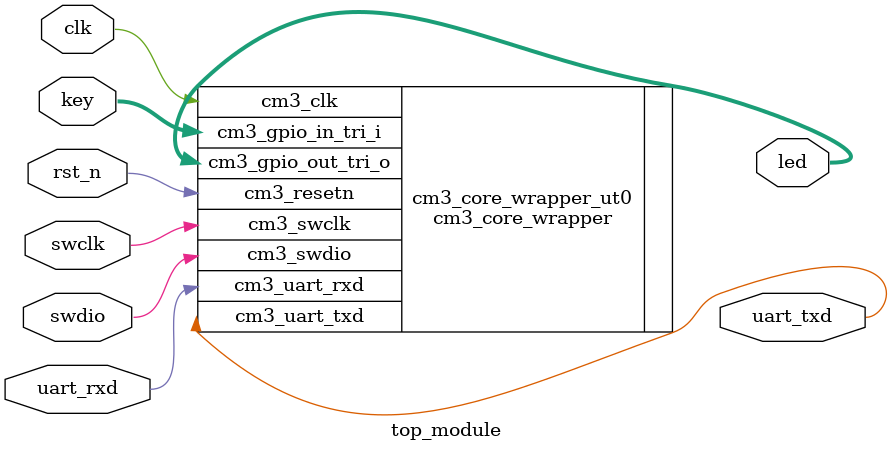
<source format=v>
/***************************************************************
 * Copyright @ å¬ä¼å·ï¼çµå­çµè·¯å¼?åå­¦ä¹?
 * ModuleName : top_hdl.v 
 * Date       : 2022å¹?3æ?20æ?
 * Time       : 15:57:07
 * Author     : wcc
 * Function   : cortex m3 on xilinx artix-7 xc7a100t project top module
 * Version    : v1.0
 *      Version | Modify
 *      ----------------------------------
 *       v1.0    .....
 ***************************************************************/

module top_module(
    //Inputs
    input clk,
    input rst_n,
    input swclk,
    input uart_rxd,
    input [3:0] key,
    
    //Outputs
    output [3:0] led,
    output uart_txd,

    //Inouts
    inout swdio
);

cm3_core_wrapper cm3_core_wrapper_ut0(
    //Inputs
    .cm3_clk(clk),
    .cm3_resetn(rst_n),
    .cm3_gpio_in_tri_i(key[3:0]),
    .cm3_swclk(swclk),
    .cm3_uart_rxd(uart_rxd),
    
    //Outputs
    .cm3_gpio_out_tri_o(led[3:0]),
    .cm3_uart_txd(uart_txd),
    
    //Inouts
    .cm3_swdio(swdio)
);

endmodule   //top_hdl end


</source>
